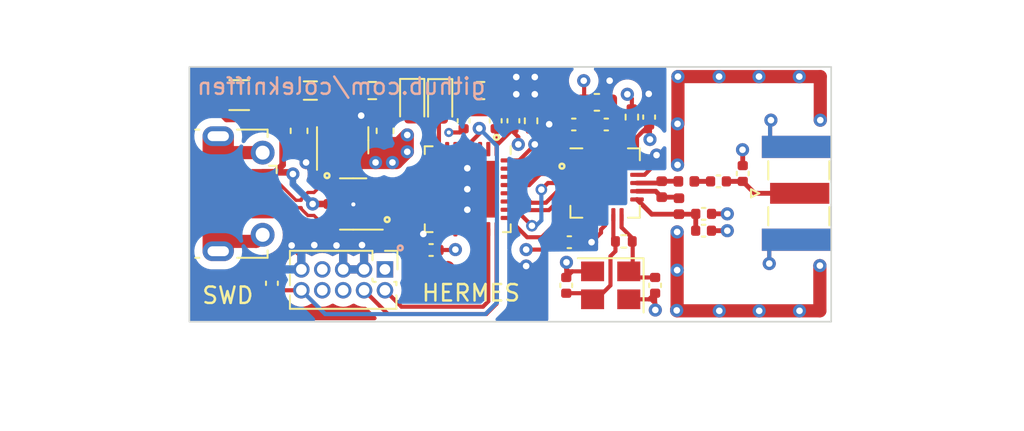
<source format=kicad_pcb>
(kicad_pcb (version 20221018) (generator pcbnew)
  (layers (0 "F.Cu" signal) (1 "In1.Cu" power) (2 "In2.Cu" power) (31 "B.Cu" signal) (34 "B.Paste" user) (35 "F.Paste" user) (36 "B.SilkS" user "B.Silkscreen") (37 "F.SilkS" user "F.Silkscreen") (38 "B.Mask" user) (39 "F.Mask" user) (44 "Edge.Cuts" user))
  (net 0 "")
  (net 1 "Net-(U1-VI)")
  (net 2 "GND")
  (net 3 "+3V3")
  (net 4 "NRST")
  (net 5 "NRF_VDD_PA")
  (net 6 "Net-(C14-Pad1)")
  (net 7 "Net-(J3-In)")
  (net 8 "NRF_XC1")
  (net 9 "NRF_XC2")
  (net 10 "Net-(U4-DVDD)")
  (net 11 "Net-(D1-K)")
  (net 12 "Net-(D1-A)")
  (net 13 "Net-(D2-K)")
  (net 14 "Net-(D2-A)")
  (net 15 "+5V")
  (net 16 "Net-(F1-Pad2)")
  (net 17 "USB_CON_D-")
  (net 18 "USB_CON_D+")
  (net 20 "unconnected-(J1-Shield-Pad6)")
  (net 21 "SWDIO")
  (net 22 "SWCLK")
  (net 26 "NRF_ANT2")
  (net 27 "NRF_ANT1")
  (net 28 "Net-(U3-PH3)")
  (net 29 "Net-(U4-IREF)")
  (net 30 "USB_D+")
  (net 31 "USB_D-")
  (net 45 "NRF_IRQ")
  (net 46 "SPI3_SCK")
  (net 47 "SPI3_MISO")
  (net 48 "SPI3_MOSI")
  (net 49 "SPI3_!CS")
  (net 50 "NRF_CE")
  (footprint "Inductor_SMD:L_0402_1005Metric" (layer "F.Cu") (at 162.2375 90.975 -90)
    (fp_text reference "L1" hide)
    (fp_text value "8n2")
  )
  (footprint "Capacitor_SMD:C_0402_1005Metric" (layer "F.Cu") (at 158.87 87.04)
    (fp_text reference "C10" hide)
    (fp_text value "10n")
  )
  (footprint "Crystal:Crystal_SMD_3225-4Pin_3.2x2.5mm" (layer "F.Cu") (at 159.1375 96.825 180)
    (fp_text reference "Y1" hide)
    (fp_text value "16MHz")
  )
  (footprint "Capacitor_SMD:C_0402_1005Metric" (layer "F.Cu") (at 148.225 94.675 180)
    (fp_text reference "C3" hide)
    (fp_text value "100n")
  )
  (footprint "Capacitor_SMD:C_0402_1005Metric" (layer "F.Cu") (at 164.7875 92.475)
    (fp_text reference "C12" hide)
    (fp_text value "2n2")
  )
  (footprint "Connector_USB:USB_Micro-B_Molex-105017-0001" (layer "F.Cu") (at 136.525 91.25 -90)
    (fp_text reference "J1" hide)
    (fp_text value "USB_B_Micro")
  )
  (footprint "LED_SMD:LED_0603_1608Metric" (layer "F.Cu") (at 147.075 85.75 -90)
    (fp_text reference "D2" hide)
    (fp_text value "Y")
  )
  (footprint "Resistor_SMD:R_0402_1005Metric" (layer "F.Cu") (at 160.425 86.59 -90)
    (fp_text reference "R4" hide)
    (fp_text value "22k")
  )
  (footprint "Capacitor_SMD:C_0402_1005Metric" (layer "F.Cu") (at 150.2 86.8175 90)
    (fp_text reference "C4" hide)
    (fp_text value "100n")
  )
  (footprint "Capacitor_SMD:C_0402_1005Metric" (layer "F.Cu") (at 165.6875 90.5)
    (fp_text reference "C14" hide)
    (fp_text value "1p5")
  )
  (footprint "Inductor_SMD:L_0402_1005Metric" (layer "F.Cu") (at 163.2875 92.01 -90)
    (fp_text reference "L3" hide)
    (fp_text value "2n7")
  )
  (footprint "Capacitor_SMD:C_0402_1005Metric" (layer "F.Cu") (at 152.15 86.8125 90)
    (fp_text reference "C6" hide)
    (fp_text value "1u")
  )
  (footprint "Package_TO_SOT_SMD:SOT-23-6" (layer "F.Cu") (at 143.4875 91.875 180)
    (fp_text reference "U2" hide)
    (fp_text value "USBLC6-2SC6")
  )
  (footprint "LED_SMD:LED_0603_1608Metric" (layer "F.Cu") (at 148.775 85.7625 -90)
    (fp_text reference "D1" hide)
    (fp_text value "R")
  )
  (footprint "Package_TO_SOT_SMD:SOT-23-3" (layer "F.Cu") (at 142.85 88 90)
    (fp_text reference "U1" hide)
    (fp_text value "XC6206P332MR")
  )
  (footprint "Package_DFN_QFN:QFN-20-1EP_4x4mm_P0.5mm_EP2.5x2.5mm" (layer "F.Cu") (at 158.8 90.6)
    (fp_text reference "U4" hide)
    (fp_text value "nRF24L01P")
  )
  (footprint "Resistor_SMD:R_0603_1608Metric" (layer "F.Cu") (at 151.225 84.975)
    (fp_text reference "R2" hide)
    (fp_text value "2k2")
  )
  (footprint "Capacitor_SMD:C_0402_1005Metric" (layer "F.Cu") (at 161.475 86.59 90)
    (fp_text reference "C9" hide)
    (fp_text value "10n")
  )
  (footprint "Capacitor_SMD:C_0402_1005Metric" (layer "F.Cu") (at 161.8375 96.825 -90)
    (fp_text reference "C16" hide)
    (fp_text value "12p")
  )
  (footprint "Resistor_SMD:R_0402_1005Metric" (layer "F.Cu") (at 154.3 86.815 90)
    (fp_text reference "R3" hide)
    (fp_text value "10k")
  )
  (footprint "Capacitor_SMD:C_0603_1608Metric" (layer "F.Cu") (at 140.2 87.425 -90)
    (fp_text reference "C1" hide)
    (fp_text value "10u")
  )
  (footprint "Capacitor_SMD:C_0402_1005Metric" (layer "F.Cu") (at 156.895 87.04 180)
    (fp_text reference "C18" hide)
    (fp_text value "33n")
  )
  (footprint "Connector_PinHeader_1.27mm:PinHeader_2x05_P1.27mm_Vertical" (layer "F.Cu") (at 145.42 95.855 -90)
    (fp_text reference "J2" hide)
    (fp_text value "Conn_ARM_JTAG_SWD_10")
  )
  (footprint "Capacitor_SMD:C_0402_1005Metric" (layer "F.Cu") (at 156.625 94.2)
    (fp_text reference "C8" hide)
    (fp_text value "10n")
  )
  (footprint "Inductor_SMD:L_0805_2012Metric" (layer "F.Cu") (at 140.8875 84.975)
    (fp_text reference "FB1" hide)
    (fp_text value "100@100MHz")
  )
  (footprint "Capacitor_SMD:C_0603_1608Metric" (layer "F.Cu") (at 145.425 87.425 90)
    (fp_text reference "C2" hide)
    (fp_text value "10u")
  )
  (footprint "Capacitor_SMD:C_0603_1608Metric" (layer "F.Cu") (at 158.3 85.69)
    (fp_text reference "C11" hide)
    (fp_text value "10u")
  )
  (footprint "Connector_Coaxial:SMA_Samtec_SMA-J-P-X-ST-EM1_EdgeMount" (layer "F.Cu") (at 170.425 91.225 90)
    (fp_text reference "J3" hide)
    (fp_text value "SMA")
  )
  (footprint "Package_DFN_QFN:QFN-32-1EP_5x5mm_P0.5mm_EP3.45x3.45mm" (layer "F.Cu") (at 150.45 90.975 -90)
    (fp_text reference "U3" hide)
    (fp_text value "STM32L432KBU6")
  )
  (footprint "Capacitor_SMD:C_0402_1005Metric" (layer "F.Cu") (at 138.55 96.7 90)
    (fp_text reference "C7" hide)
    (fp_text value "100n")
  )
  (footprint "Resistor_SMD:R_0402_1005Metric" (layer "F.Cu") (at 159.9375 94.15 180)
    (fp_text reference "R5" hide)
    (fp_text value "1M")
  )
  (footprint "Resistor_SMD:R_0603_1608Metric" (layer "F.Cu") (at 144.65 84.975 180)
    (fp_text reference "R1" hide)
    (fp_text value "2k2")
  )
  (footprint "Capacitor_SMD:C_0402_1005Metric" (layer "F.Cu") (at 164.7825 93.5)
    (fp_text reference "C13" hide)
    (fp_text value "4p7")
  )
  (footprint "Capacitor_SMD:C_0402_1005Metric" (layer "F.Cu") (at 167.1625 90.02 -90)
    (fp_text reference "C15" hide)
    (fp_text value "1p")
  )
  (footprint "Inductor_SMD:L_0402_1005Metric" (layer "F.Cu") (at 163.7375 90.5)
    (fp_text reference "L2" hide)
    (fp_text value "3n9")
  )
  (footprint "Capacitor_SMD:C_0402_1005Metric" (layer "F.Cu") (at 153.225 86.8125 90)
    (fp_text reference "C5" hide)
    (fp_text value "100n")
  )
  (footprint "Fuse:Fuse_1206_3216Metric_Pad1.42x1.75mm_HandSolder" (layer "F.Cu") (at 136.5625 85.25)
    (fp_text reference "F1" hide)
    (fp_text value "100mA")
  )
  (footprint "Capacitor_SMD:C_0402_1005Metric" (layer "F.Cu") (at 156.4375 96.825 90)
    (fp_text reference "C17" hide)
    (fp_text value "12p")
  )
  (gr_circle (center 146.35 94.55) (end 146.4 94.6) (stroke (width 0.15)) (fill none) (layer "B.SilkS"))
  (gr_circle (center 152.2 87.825) (end 152.25 87.875) (stroke (width 0.15)) (fill none) (layer "F.SilkS"))
  (gr_circle (center 145.55429 92.825) (end 145.60429 92.875) (stroke (width 0.15)) (fill none) (layer "F.SilkS"))
  (gr_circle (center 141.9 90.15) (end 141.95 90.2) (stroke (width 0.15)) (fill none) (layer "F.SilkS"))
  (gr_circle (center 156.175 89.575) (end 156.225 89.625) (stroke (width 0.15)) (fill none) (layer "F.SilkS"))
  (gr_rect (start 133.535 83.5375) (end 172.54 99.0375) (stroke (width 0.1)) (fill none) (layer "Edge.Cuts"))
  (gr_text "github.com/colekniffen" (at 151.625 85.3) (layer "B.SilkS") (effects (font (size 1 1)) (justify left bottom mirror)))
  (gr_text "HERMES" (at 147.575 97.875) (layer "F.SilkS") (effects (font (size 1 1)) (justify left bottom)))
  (gr_text "SWD" (at 134.225 98.025) (layer "F.SilkS") (effects (font (size 1 1)) (justify left bottom)))
  (segment (start 141.95 86.075) (end 142.725 86.85) (width 0.8) (layer "F.Cu") (net 1))
  (segment (start 141.95 84.975) (end 141.95 86.075) (width 0.8) (layer "F.Cu") (net 1))
  (segment (start 140.2 86.65) (end 141.375 86.65) (width 0.8) (layer "F.Cu") (net 1))
  (segment (start 141.375 86.65) (end 141.95 86.075) (width 0.8) (layer "F.Cu") (net 1))
  (segment (start 159.35 85.965) (end 159.075 85.69) (width 0.25) (layer "F.Cu") (net 2))
  (segment (start 161.925 89.373008) (end 161.925 88.9) (width 0.25) (layer "F.Cu") (net 2))
  (segment (start 163.175 95.9) (end 163.175 93.575) (width 0.8) (layer "F.Cu") (net 2))
  (segment (start 163.225 86.975) (end 163.225 84.125) (width 0.8) (layer "F.Cu") (net 2))
  (segment (start 161.198008 90.1) (end 161.925 89.373008) (width 0.25) (layer "F.Cu") (net 2))
  (segment (start 167.1625 89.54) (end 167.1625 88.5875) (width 0.29337) (layer "F.Cu") (net 2))
  (segment (start 163.175 98.325) (end 163.15 98.35) (width 0.8) (layer "F.Cu") (net 2))
  (segment (start 170.775 98.375) (end 171.85 98.375) (width 0.8) (layer "F.Cu") (net 2))
  (segment (start 159.3 88.6625) (end 159.3 87.09) (width 0.25) (layer "F.Cu") (net 2))
  (segment (start 140.625 89.35) (end 140.825 89.15) (width 0.8) (layer "F.Cu") (net 2))
  (segment (start 156.4375 95.4375) (end 156.45 95.425) (width 0.25) (layer "F.Cu") (net 2))
  (segment (start 159.075 85.69) (end 159.075 84.375) (width 0.25) (layer "F.Cu") (net 2))
  (segment (start 150.2 86.3375) (end 152.145 86.3375) (width 0.4) (layer "F.Cu") (net 2))
  (segment (start 161.475 85.2) (end 161.45 85.175) (width 0.25) (layer "F.Cu") (net 2))
  (segment (start 157.8 88.6625) (end 157.0625 88.6625) (width 0.25) (layer "F.Cu") (net 2))
  (segment (start 156.415 88.015) (end 156.415 87.04) (width 0.25) (layer "F.Cu") (net 2))
  (segment (start 147.745 94.675) (end 147.745 93.705) (width 0.25) (layer "F.Cu") (net 2))
  (segment (start 140.825 89.15) (end 141.775 89.15) (width 0.8) (layer "F.Cu") (net 2))
  (segment (start 161.4675 97.675) (end 161.5875 97.675) (width 0.25) (layer "F.Cu") (net 2))
  (segment (start 165.7375 98.375) (end 168.1625 98.375) (width 0.8) (layer "F.Cu") (net 2))
  (segment (start 158.55 93.425) (end 158.8 93.175) (width 0.25) (layer "F.Cu") (net 2))
  (segment (start 171.875 84.125) (end 171.875 86.775) (width 0.8) (layer "F.Cu") (net 2))
  (segment (start 171.85 98.375) (end 171.85 95.625) (width 0.8) (layer "F.Cu") (net 2))
  (segment (start 139.75 93.4) (end 139.75 94.4) (width 0.25) (layer "F.Cu") (net 2))
  (segment (start 159.075 84.375) (end 159.15 84.375) (width 0.25) (layer "F.Cu") (net 2))
  (segment (start 140.34 94.99) (end 139.75 94.4) (width 0.4) (layer "F.Cu") (net 2))
  (segment (start 140.2 88.2) (end 140.65 88.65) (width 0.8) (layer "F.Cu") (net 2))
  (segment (start 160.2375 97.675) (end 161.4675 97.675) (width 0.25) (layer "F.Cu") (net 2))
  (segment (start 156.8075 95.975) (end 156.4375 96.345) (width 0.25) (layer "F.Cu") (net 2))
  (segment (start 163.225 84.125) (end 165.725 84.125) (width 0.8) (layer "F.Cu") (net 2))
  (segment (start 158.55 93.625) (end 158.55 93.425) (width 0.25) (layer "F.Cu") (net 2))
  (segment (start 147.75 93.7) (end 147.745 93.695) (width 0.25) (layer "F.Cu") (net 2))
  (segment (start 145.425 86.65) (end 144.125 86.65) (width 0.8) (layer "F.Cu") (net 2))
  (segment (start 143.525 91.875) (end 143.5 91.9) (width 0.4) (layer "F.Cu") (net 2))
  (segment (start 152.15 86.3325) (end 153.225 86.3325) (width 0.4) (layer "F.Cu") (net 2))
  (segment (start 161.4675 97.675) (end 161.55875 97.58375) (width 0.25) (layer "F.Cu") (net 2))
  (segment (start 163.1875 98.25) (end 163.15 98.2875) (width 0.8) (layer "F.Cu") (net 2))
  (segment (start 161.8375 97.925) (end 161.8375 98.3125) (width 0.25) (layer "F.Cu") (net 2))
  (segment (start 158.8 93.175) (end 158.8 92.5375) (width 0.25) (layer "F.Cu") (net 2))
  (segment (start 159.3 87.09) (end 159.35 87.04) (width 0.25) (layer "F.Cu") (net 2))
  (segment (start 163.175 98.375) (end 165.7375 98.375) (width 0.8) (layer "F.Cu") (net 2))
  (segment (start 155.4 87.025) (end 156.4 87.025) (width 0.25) (layer "F.Cu") (net 2))
  (segment (start 167.1625 88.5875) (end 167.15 88.575) (width 0.29337) (layer "F.Cu") (net 2))
  (segment (start 143.825 84.975) (end 143.825 86.35) (width 0.8) (layer "F.Cu") (net 2))
  (segment (start 147.745 93.125) (end 147.745 92.78) (width 0.25) (layer "F.Cu") (net 2))
  (segment (start 161.8375 98.3125) (end 161.85 98.325) (width 0.25) (layer "F.Cu") (net 2))
  (segment (start 158.0375 95.975) (end 156.8075 95.975) (width 0.25) (layer "F.Cu") (net 2))
  (segment (start 161.475 86.11) (end 161.475 85.2) (width 0.25) (layer "F.Cu") (net 2))
  (segment (start 161.8375 97.8625) (end 161.8375 97.925) (width 0.25) (layer "F.Cu") (net 2))
  (segment (start 153.575305 89.225) (end 154.525 88.275305) (width 0.25) (layer "F.Cu") (net 2))
  (segment (start 165.2625 93.5) (end 166.225 93.5) (width 0.29337) (layer "F.Cu") (net 2))
  (segment (start 140.34 95.855) (end 140.34 94.99) (width 0.4) (layer "F.Cu") (net 2))
  (segment (start 152.05 85.1575) (end 153.225 86.3325) (width 0.4) (layer "F.Cu") (net 2))
  (segment (start 157.975 94.2) (end 157.105 94.2) (width 0.25) (layer "F.Cu") (net 2))
  (segment (start 161.55875 97.58375) (end 161.8375 97.8625) (width 0.25) (layer "F.Cu") (net 2))
  (segment (start 157.0625 88.6625) (end 156.415 88.015) (width 0.25) (layer "F.Cu") (net 2))
  (segment (start 161.55875 97.58375) (end 161.8375 97.305) (width 0.25) (layer "F.Cu") (net 2))
  (segment (start 147.745 93.125) (end 147.745 92.9925) (width 0.25) (layer "F.Cu") (net 2))
  (segment (start 163.2 87) (end 163.225 86.975) (width 0.8) (layer "F.Cu") (net 2))
  (segment (start 168.15 84.125) (end 170.6 84.125) (width 0.8) (layer "F.Cu") (net 2))
  (segment (start 168.825 86.825) (end 168.825 87.875) (width 0.25) (layer "F.Cu") (net 2))
  (segment (start 154.525 88.275305) (end 154.525 88.25) (width 0.25) (layer "F.Cu") (net 2))
  (segment (start 168.825 86.825) (end 168.875 86.775) (width 0.25) (layer "F.Cu") (net 2))
  (segment (start 156.4375 96.345) (end 156.4375 95.825) (width 0.25) (layer "F.Cu") (net 2))
  (segment (start 147.745 92.78) (end 147.75 92.775) (width 0.25) (layer "F.Cu") (net 2))
  (segment (start 156.8075 95.975) (end 156.5875 95.975) (width 0.25) (layer "F.Cu") (net 2))
  (segment (start 170.6 84.125) (end 171.875 84.125) (width 0.8) (layer "F.Cu") (net 2))
  (segment (start 163.2 87) (end 163.2 89.5) (width 0.8) (layer "F.Cu") (net 2))
  (segment (start 138.9 92.55) (end 139.75 93.4) (width 0.25) (layer "F.Cu") (net 2))
  (segment (start 137.9875 92.55) (end 138.9 92.55) (width 0.25) (layer "F.Cu") (net 2))
  (segment (start 163.175 95.9) (end 163.175 98.325) (width 0.8) (layer "F.Cu") (net 2))
  (segment (start 153.225 86.3325) (end 154.2725 86.3325) (width 0.4) (layer "F.Cu") (net 2))
  (segment (start 168.1625 98.375) (end 170.6125 98.375) (width 0.8) (layer "F.Cu") (net 2))
  (segment (start 165.725 84.125) (end 168.15 84.125) (width 0.8) (layer "F.Cu") (net 2))
  (segment (start 163.15 98.2875) (end 163.15 98.35) (width 0.8) (layer "F.Cu") (net 2))
  (segment (start 163.15 98.35) (end 163.175 98.375) (width 0.8) (layer "F.Cu") (net 2))
  (segment (start 144.125 86.65) (end 143.975 86.5) (width 0.8) (layer "F.Cu") (net 2))
  (segment (start 161.5875 97.675) (end 161.8375 97.925) (width 0.25) (layer "F.Cu") (net 2))
  (segment (start 147.745 93.705) (end 147.75 93.7) (width 0.25) (layer "F.Cu") (net 2))
  (segment (start 144.625 91.875) (end 143.525 91.875) (width 0.4) (layer "F.Cu") (net 2))
  (segment (start 140.65 88.65) (end 140.65 89.35) (width 0.8) (layer "F.Cu") (net 2))
  (segment (start 160.7375 90.1) (end 161.198008 90.1) (width 0.25) (layer "F.Cu") (net 2))
  (segment (start 156.5875 95.975) (end 156.4375 95.825) (width 0.25) (layer "F.Cu") (net 2))
  (segment (start 161.8375 97.305) (end 161.8375 97.925) (width 0.25) (layer "F.Cu") (net 2))
  (segment (start 157.975 94.2) (end 158.55 93.625) (width 0.25) (layer "F.Cu") (net 2))
  (segment (start 165.2675 92.475) (end 166.225 92.475) (width 0.29337) (layer "F.Cu") (net 2))
  (segment (start 143.825 86.35) (end 143.975 86.5) (width 0.8) (layer "F.Cu") (net 2))
  (segment (start 152.8875 89.225) (end 153.575305 89.225) (width 0.25) (layer "F.Cu") (net 2))
  (segment (start 159.35 87.04) (end 159.35 85.965) (width 0.25) (layer "F.Cu") (net 2))
  (segment (start 156.4375 95.825) (end 156.4375 95.4375) (width 0.25) (layer "F.Cu") (net 2))
  (segment (start 147.745 93.695) (end 147.745 93.125) (width 0.25) (layer "F.Cu") (net 2))
  (segment (start 152.15 86.3325) (end 152.15 85.075) (width 0.4) (layer "F.Cu") (net 2))
  (segment (start 168.775 95.5) (end 168.775 94.325) (width 0.25) (layer "F.Cu") (net 2))
  (segment (start 147.745 92.9925) (end 148.0125 92.725) (width 0.25) (layer "F.Cu") (net 2))
  (via (at 171.85 95.625) (size 0.8) (drill 0.4) (layers "F.Cu" "B.Cu") (net 2))
  (via (at 153.4 85.2) (size 0.8) (drill 0.4) (layers "F.Cu" "B.Cu") (net 2))
  (via (at 154.525 88.25) (size 0.8) (drill 0.4) (layers "F.Cu" "B.Cu") (net 2))
  (via (at 161.925 88.9) (size 0.8) (drill 0.4) (layers "F.Cu" "B.Cu") (net 2))
  (via (at 163.225 84.125) (size 0.8) (drill 0.4) (layers "F.Cu" "B.Cu") (net 2))
  (via (at 154 95.65) (size 0.8) (drill 0.4) (layers "F.Cu" "B.Cu") (net 2))
  (via (at 170.6 84.125) (size 0.8) (drill 0.4) (layers "F.Cu" "B.Cu") (net 2))
  (via (at 157.975 94.2) (size 0.8) (drill 0.4) (layers "F.Cu" "B.Cu") (net 2))
  (via (at 144.025 94.375) (size 0.8) (drill 0.4) (layers "F.Cu" "B.Cu") (net 2))
  (via (at 161.45 85.175) (size 0.8) (drill 0.4) (layers "F.Cu" "B.Cu") (net 2))
  (via (at 159.075 84.375) (size 0.8) (drill 0.4) (layers "F.Cu" "B.Cu") (net 2))
  (via (at 163.175 93.575) (size 0.8) (drill 0.4) (layers "F.Cu" "B.Cu") (net 2))
  (via (at 156.45 95.425) (size 0.8) (drill 0.4) (layers "F.Cu" "B.Cu") (net 2))
  (via (at 163.175 95.9) (size 0.8) (drill 0.4) (layers "F.Cu" "B.Cu") (net 2))
  (via (at 165.725 84.125) (size 0.8) (drill 0.4) (layers "F.Cu" "B.Cu") (net 2))
  (via (at 168.875 86.775) (size 0.8) (drill 0.4) (layers "F.Cu" "B.Cu") (net 2))
  (via (at 168.775 95.5) (size 0.8) (drill 0.4) (layers "F.Cu" "B.Cu") (net 2))
  (via (at 142.475 94.4) (size 0.8) (drill 0.4) (layers "F.Cu" "B.Cu") (net 2))
  (via (at 143.975 86.5) (size 0.8) (drill 0.4) (layers "F.Cu" "B.Cu") (net 2))
  (via (at 141.125 94.375) (size 0.8) (drill 0.4) (layers "F.Cu" "B.Cu") (net 2))
  (via (at 150.425 92.225) (size 0.8) (drill 0.4) (layers "F.Cu" "B.Cu") (net 2))
  (via (at 171.875 86.775) (size 0.8) (drill 0.4) (layers "F.Cu" "B.Cu") (net 2))
  (via (at 154.525 85.2) (size 0.8) (drill 0.4) (layers "F.Cu" "B.Cu") (net 2))
  (via (at 170.6125 98.375) (size 0.8) (drill 0.4) (layers "F.Cu" "B.Cu") (net 2))
  (via (at 168.15 84.125) (size 0.8) (drill 0.4) (layers "F.Cu" "B.Cu") (net 2))
  (via (at 163.2 87) (size 0.8) (drill 0.4) (layers "F.Cu" "B.Cu") (net 2))
  (via (at 163.15 98.35) (size 0.8) (drill 0.4) (layers "F.Cu" "B.Cu") (net 2))
  (via (at 166.225 93.5) (size 0.8) (drill 0.4) (layers "F.Cu" "B.Cu") (net 2))
  (via (at 150.425 90.975) (size 0.8) (drill 0.4) (layers "F.Cu" "B.Cu") (net 2))
  (via (at 147.75 93.7) (size 0.8) (drill 0.4) (layers "F.Cu" "B.Cu") (net 2))
  (via (at 143.5 91.9) (size 0.55) (drill 0.25) (layers "F.Cu" "B.Cu") (net 2))
  (via (at 139.75 94.4) (size 0.8) (drill 0.4) (layers "F.Cu" "B.Cu") (net 2))
  (via (at 161.85 98.325) (size 0.8) (drill 0.4) (layers "F.Cu" "B.Cu") (net 2))
  (via (at 167.15 88.575) (size 0.8) (drill 0.4) (layers "F.Cu" "B.Cu") (net 2))
  (via (at 168.1625 98.375) (size 0.8) (drill 0.4) (layers "F.Cu" "B.Cu") (net 2))
  (via (at 150.425 89.7) (size 0.8) (drill 0.4) (layers "F.Cu" "B.Cu") (net 2))
  (via (at 140.625 89.35) (size 0.8) (drill 0.4) (layers "F.Cu" "B.Cu") (net 2))
  (via (at 153.4 84.15) (size 0.8) (drill 0.4) (layers "F.Cu" "B.Cu") (net 2))
  (via (at 163.2 89.5) (size 0.8) (drill 0.4) (layers "F.Cu" "B.Cu") (net 2))
  (via (at 154.525 84.15) (size 0.8) (drill 0.4) (layers "F.Cu" "B.Cu") (net 2))
  (via (at 155.4 87.025) (size 0.8) (drill 0.4) (layers "F.Cu" "B.Cu") (net 2))
  (via (at 165.7375 98.375) (size 0.8) (drill 0.4) (layers "F.Cu" "B.Cu") (net 2))
  (via (at 166.225 92.475) (size 0.8) (drill 0.4) (layers "F.Cu" "B.Cu") (net 2))
  (segment (start 168.875 86.775) (end 168.825 86.825) (width 0.25) (layer "B.Cu") (net 2))
  (segment (start 168.825 86.825) (end 168.825 88) (width 0.25) (layer "B.Cu") (net 2))
  (segment (start 168.775 95.5) (end 168.775 94.35) (width 0.25) (layer "B.Cu") (net 2))
  (segment (start 153.525 88.25) (end 153.525 87.8) (width 0.25) (layer "F.Cu") (net 3))
  (segment (start 155 94.65) (end 155.45 94.2) (width 0.25) (layer "F.Cu") (net 3))
  (segment (start 146.25 88.2) (end 146.775 87.675) (width 0.8) (layer "F.Cu") (net 3))
  (segment (start 156.937391 93.4) (end 157.938604 93.4) (width 0.25) (layer "F.Cu") (net 3))
  (segment (start 155.45 94.2) (end 156.145 94.2) (width 0.25) (layer "F.Cu") (net 3))
  (segment (start 158.39 87.04) (end 158.39 86.555) (width 0.25) (layer "F.Cu") (net 3))
  (segment (start 160.7375 89.6) (end 160.7375 87.8075) (width 0.25) (layer "F.Cu") (net 3))
  (segment (start 160.15 85.2) (end 160.425 85.475) (width 0.25) (layer "F.Cu") (net 3))
  (segment (start 145.5 88.7) (end 144.85 89.35) (width 0.8) (layer "F.Cu") (net 3))
  (segment (start 160.91 87.635) (end 161.475 87.07) (width 0.25) (layer "F.Cu") (net 3))
  (segment (start 150.2 88.5375) (end 150.2 87.2975) (width 0.25) (layer "F.Cu") (net 3))
  (segment (start 144.85 89.35) (end 145.875 89.35) (width 0.8) (layer "F.Cu") (net 3))
  (segment (start 148.705 93.4175) (end 148.7 93.4125) (width 0.25) (layer "F.Cu") (net 3))
  (segment (start 158.8 87.975) (end 158.39 87.565) (width 0.25) (layer "F.Cu") (net 3))
  (segment (start 161.525 87.9495) (end 161.525 87.45) (width 0.25) (layer "F.Cu") (net 3))
  (segment (start 153.525 87.8) (end 153.225 87.5) (width 0.25) (layer "F.Cu") (net 3))
  (segment (start 146.775 88.7) (end 146.775 87.675) (width 0.8) (layer "F.Cu") (net 3))
  (segment (start 157.938604 93.4) (end 158.3 93.038604) (width 0.25) (layer "F.Cu") (net 3))
  (segment (start 161.095 87.45) (end 161.525 87.45) (width 0.25) (layer "F.Cu") (net 3))
  (segment (start 157.525 85.69) (end 157.525 84.4) (width 0.25) (layer "F.Cu") (net 3))
  (segment (start 148.705 94.675) (end 148.705 93.4175) (width 0.25) (layer "F.Cu") (net 3))
  (segment (start 152.2 88.5375) (end 152.2 87.3425) (width 0.25) (layer "F.Cu") (net 3))
  (segment (start 160.91 87.635) (end 161.095 87.45) (width 0.25) (layer "F.Cu") (net 3))
  (segment (start 144.85 88.775) (end 145.425 88.2) (width 0.8) (layer "F.Cu") (net 3))
  (segment (start 161.525 87.45) (end 161.525 87.12) (width 0.25) (layer "F.Cu") (net 3))
  (segment (start 158.8 88.6625) (end 158.8 87.975) (width 0.25) (layer "F.Cu") (net 3))
  (segment (start 158.39 86.555) (end 157.525 85.69) (width 0.25) (layer "F.Cu") (net 3))
  (segment (start 158.3 93.038604) (end 158.3 92.5375) (width 0.25) (layer "F.Cu") (net 3))
  (segment (start 148.705 94.675) (end 149.675 94.675) (width 0.25) (layer "F.Cu") (net 3))
  (segment (start 160.425 85.475) (end 160.425 86.08) (width 0.25) (layer "F.Cu") (net 3))
  (segment (start 145.875 89.35) (end 146.125 89.35) (width 0.8) (layer "F.Cu") (net 3))
  (segment (start 157.525 84.4) (end 157.5 84.375) (width 0.25) (layer "F.Cu") (net 3))
  (segment (start 145.425 88.2) (end 146.25 88.2) (width 0.8) (layer "F.Cu") (net 3))
  (segment (start 149.3 87.525) (end 149.9725 87.525) (width 0.25) (layer "F.Cu") (net 3))
  (segment (start 152.2 88.3175) (end 153.225 87.2925) (width 0.25) (layer "F.Cu") (net 3))
  (segment (start 153.225 87.5) (end 153.225 87.2925) (width 0.25) (layer "F.Cu") (net 3))
  (segment (start 152.2 87.3425) (end 152.15 87.2925) (width 0.25) (layer "F.Cu") (net 3))
  (segment (start 146.775 88.7) (end 145.5 88.7) (width 0.8) (layer "F.Cu") (net 3))
  (segment (start 160.7375 87.8075) (end 160.91 87.635) (width 0.25) (layer "F.Cu") (net 3))
  (segment (start 156.145 94.192391) (end 156.937391 93.4) (width 0.25) (layer "F.Cu") (net 3))
  (segment (start 154 94.65) (end 155 94.65) (width 0.25) (layer "F.Cu") (net 3))
  (segment (start 146.775 87.675) (end 145.55 88.9) (width 0.8) (layer "F.Cu") (net 3))
  (segment (start 158.39 87.565) (end 158.39 87.04) (width 0.25) (layer "F.Cu") (net 3))
  (segment (start 149.675 94.675) (end 149.7 94.65) (width 0.25) (layer "F.Cu") (net 3))
  (segment (start 146.125 89.35) (end 146.775 88.7) (width 0.8) (layer "F.Cu") (net 3))
  (segment (start 144.85 89.35) (end 144.85 88.775) (width 0.8) (layer "F.Cu") (net 3))
  (segment (start 145.55 88.9) (end 143.95 88.9) (width 0.8) (layer "F.Cu") (net 3))
  (segment (start 149.9725 87.525) (end 150.2 87.2975) (width 0.25) (layer "F.Cu") (net 3))
  (segment (start 144.85 89.35) (end 143.9 89.35) (width 0.8) (layer "F.Cu") (net 3))
  (via (at 145.875 89.35) (size 0.8) (drill 0.4) (layers "F.Cu" "B.Cu") (net 3))
  (via (at 160.15 85.2) (size 0.8) (drill 0.4) (layers "F.Cu" "B.Cu") (net 3))
  (via (at 144.85 89.35) (size 0.8) (drill 0.4) (layers "F.Cu" "B.Cu") (net 3))
  (via (at 146.775 88.7) (size 0.8) (drill 0.4) (layers "F.Cu" "B.Cu") (net 3))
  (via (at 146.775 87.675) (size 0.8) (drill 0.4) (layers "F.Cu" "B.Cu") (net 3))
  (via (at 149.3 87.525) (size 0.55) (drill 0.25) (layers "F.Cu" "B.Cu") (net 3))
  (via (at 149.7 94.65) (size 0.8) (drill 0.4) (layers "F.Cu" "B.Cu") (net 3))
  (via (at 154 94.65) (size 0.8) (drill 0.4) (layers "F.Cu" "B.Cu") (net 3))
  (via (at 157.5 84.375) (size 0.8) (drill 0.4) (layers "F.Cu" "B.Cu") (net 3))
  (via (at 161.525 87.9495) (size 0.8) (drill 0.4) (layers "F.Cu" "B.Cu") (net 3))
  (via (at 153.525 88.25) (size 0.8) (drill 0.4) (layers "F.Cu" "B.Cu") (net 3))
  (segment (start 150.7 88.051992) (end 150.7 88.5375) (width 0.25) (layer "F.Cu") (net 4))
  (segment (start 151.15 87.275) (end 151.15 87.601992) (width 0.25) (layer "F.Cu") (net 4))
  (segment (start 140.34 97.125) (end 138.605 97.125) (width 0.25) (layer "F.Cu") (net 4))
  (segment (start 151.15 87.601992) (end 150.7 88.051992) (width 0.25) (layer "F.Cu") (net 4))
  (via (at 151.15 87.275) (size 0.8) (drill 0.4) (layers "F.Cu" "B.Cu") (net 4))
  (segment (start 151.525 98.575) (end 152.225 97.875) (width 0.25) (layer "B.Cu") (net 4))
  (segment (start 141.79 98.575) (end 151.525 98.575) (width 0.25) (layer "B.Cu") (net 4))
  (segment (start 140.34 97.125) (end 141.79 98.575) (width 0.25) (layer "B.Cu") (net 4))
  (segment (start 152.225 88.35) (end 151.15 87.275) (width 0.25) (layer "B.Cu") (net 4))
  (segment (start 152.225 97.875) (end 152.225 88.35) (width 0.25) (layer "B.Cu") (net 4))
  (segment (start 164.3075 92.475) (end 164.3075 93.495) (width 0.29337) (layer "F.Cu") (net 5))
  (segment (start 163.2875 92.495) (end 164.2875 92.495) (width 0.29337) (layer "F.Cu") (net 5))
  (segment (start 161.6325 92.495) (end 163.2875 92.495) (width 0.29337) (layer "F.Cu") (net 5))
  (segment (start 160.7375 91.6) (end 161.6325 92.495) (width 0.29337) (layer "F.Cu") (net 5))
  (segment (start 164.2225 90.5) (end 165.2075 90.5) (width 0.29337) (layer "F.Cu") (net 6))
  (segment (start 167.8875 91.225) (end 167.1625 90.5) (width 0.29337) (layer "F.Cu") (net 7))
  (segment (start 166.1675 90.5) (end 167.1625 90.5) (width 0.29337) (layer "F.Cu") (net 7))
  (segment (start 170.625 91.225) (end 167.8875 91.225) (width 0.29337) (layer "F.Cu") (net 7))
  (segment (start 159.8 93.3) (end 159.8 92.5375) (width 0.25) (layer "F.Cu") (net 8))
  (segment (start 160.475 95.7375) (end 160.475 94.1775) (width 0.25) (layer "F.Cu") (net 8))
  (segment (start 160.4475 93.9475) (end 159.8 93.3) (width 0.25) (layer "F.Cu") (net 8))
  (segment (start 160.4475 94.15) (end 160.4475 93.9475) (width 0.25) (layer "F.Cu") (net 8))
  (segment (start 161.8375 96.345) (end 160.6075 96.345) (width 0.25) (layer "F.Cu") (net 8))
  (segment (start 159.3 94.0225) (end 159.3 92.5375) (width 0.25) (layer "F.Cu") (net 9))
  (segment (start 156.4375 97.305) (end 157.6675 97.305) (width 0.25) (layer "F.Cu") (net 9))
  (segment (start 159.125 96.825) (end 159.125 95.05) (width 0.25) (layer "F.Cu") (net 9))
  (segment (start 159.125 95.05) (end 159.4275 94.7475) (width 0.25) (layer "F.Cu") (net 9))
  (segment (start 159.4275 94.7475) (end 159.4275 94.15) (width 0.25) (layer "F.Cu") (net 9))
  (segment (start 158.275 97.675) (end 159.125 96.825) (width 0.25) (layer "F.Cu") (net 9))
  (segment (start 158.3 88.111396) (end 157.375 87.186396) (width 0.25) (layer "F.Cu") (net 10))
  (segment (start 158.3 88.6625) (end 158.3 88.111396) (width 0.25) (layer "F.Cu") (net 10))
  (segment (start 148.775 84.975) (end 150.4 84.975) (width 0.4) (layer "F.Cu") (net 11))
  (segment (start 148.7 88.5375) (end 148.7 86.625) (width 0.25) (layer "F.Cu") (net 12))
  (segment (start 145.475 84.975) (end 147.0625 84.975) (width 0.4) (layer "F.Cu") (net 13))
  (segment (start 148.0125 87.475) (end 147.075 86.5375) (width 0.25) (layer "F.Cu") (net 14))
  (segment (start 148.0125 89.225) (end 148.0125 87.475) (width 0.25) (layer "F.Cu") (net 14))
  (segment (start 139.2 87.7) (end 139.2 89.5) (width 0.4) (layer "F.Cu") (net 15))
  (segment (start 135.8 86.7) (end 138.2 86.7) (width 0.4) (layer "F.Cu") (net 15))
  (segment (start 137.9875 89.95) (end 138.75 89.95) (width 0.4) (layer "F.Cu") (net 15))
  (segment (start 138.75 89.95) (end 139.725 89.95) (width 0.4) (layer "F.Cu") (net 15))
  (segment (start 139.725 89.95) (end 139.825 90.05) (width 0.4) (layer "F.Cu") (net 15))
  (segment (start 141.025 91.875) (end 142.35 91.875) (width 0.4) (layer "F.Cu") (net 15))
  (segment (start 138.75 89.95) (end 139.2 89.5) (width 0.4) (layer "F.Cu") (net 15))
  (segment (start 135.075 85.975) (end 135.8 86.7) (width 0.4) (layer "F.Cu") (net 15))
  (segment (start 138.2 86.7) (end 139.2 87.7) (width 0.4) (layer "F.Cu") (net 15))
  (via (at 139.825 90.05) (size 0.8) (drill 0.4) (layers "F.Cu" "B.Cu") (net 15))
  (via (at 141.025 91.875) (size 0.8) (drill 0.4) (layers "F.Cu" "B.Cu") (net 15))
  (segment (start 139.825 90.05) (end 139.825 90.675) (width 0.4) (layer "B.Cu") (net 15))
  (segment (start 139.825 90.675) (end 141.025 91.875) (width 0.4) (layer "B.Cu") (net 15))
  (segment (start 138.3 85) (end 139.8 85) (width 0.8) (layer "F.Cu") (net 16))
  (segment (start 140.01304 91.65) (end 139.06304 90.7) (width 0.2) (layer "F.Cu") (net 17))
  (segment (start 141.106249 91.175) (end 140.73505 91.175) (width 0.2) (layer "F.Cu") (net 17))
  (segment (start 140.73505 91.175) (end 140.325 91.58505) (width 0.2) (layer "F.Cu") (net 17))
  (segment (start 139.06304 90.7) (end 138.5625 90.7) (width 0.2) (layer "F.Cu") (net 17))
  (segment (start 140.325 91.58505) (end 140.325 91.65) (width 0.2) (layer "F.Cu") (net 17))
  (segment (start 142.35 90.925) (end 141.356249 90.925) (width 0.2) (layer "F.Cu") (net 17))
  (segment (start 141.356249 90.925) (end 141.106249 91.175) (width 0.2) (layer "F.Cu") (net 17))
  (segment (start 140.325 91.65) (end 140.01304 91.65) (width 0.2) (layer "F.Cu") (net 17))
  (segment (start 140.73505 92.575) (end 140.325 92.16495) (width 0.2) (layer "F.Cu") (net 18))
  (segment (start 142.35 92.825) (end 141.356249 92.825) (width 0.2) (layer "F.Cu") (net 18))
  (segment (start 140.325 92.1) (end 139.82664 92.1) (width 0.2) (layer "F.Cu") (net 18))
  (segment (start 138.87664 91.15) (end 138.5625 91.15) (width 0.2) (layer "F.Cu") (net 18))
  (segment (start 141.106249 92.575) (end 140.73505 92.575) (width 0.2) (layer "F.Cu") (net 18))
  (segment (start 140.325 92.16495) (end 140.325 92.1) (width 0.2) (layer "F.Cu") (net 18))
  (segment (start 139.82664 92.1) (end 138.87664 91.15) (width 0.2) (layer "F.Cu") (net 18))
  (segment (start 141.356249 92.825) (end 141.106249 92.575) (width 0.2) (layer "F.Cu") (net 18))
  (segment (start 135.2875 94.15) (end 137.5875 94.15) (width 0.8) (layer "F.Cu") (net 20))
  (segment (start 135.2875 92.25) (end 135.2875 94.15) (width 0.8) (layer "F.Cu") (net 20))
  (segment (start 137.9875 88.75) (end 135.6875 88.75) (width 0.8) (layer "F.Cu") (net 20))
  (segment (start 137.5875 94.15) (end 137.9875 93.75) (width 0.8) (layer "F.Cu") (net 20))
  (segment (start 135.2875 88.35) (end 135.2875 90.25) (width 0.8) (layer "F.Cu") (net 20))
  (segment (start 135.2875 90.25) (end 135.2875 92.25) (width 0.8) (layer "F.Cu") (net 20))
  (segment (start 135.6875 88.75) (end 135.2875 88.35) (width 0.8) (layer "F.Cu") (net 20))
  (segment (start 151.375 98.125) (end 151.7 97.8) (width 0.25) (layer "F.Cu") (net 21))
  (segment (start 145.42 97.125) (end 146.42 98.125) (width 0.25) (layer "F.Cu") (net 21))
  (segment (start 151.7 97.8) (end 151.7 93.4125) (width 0.25) (layer "F.Cu") (net 21))
  (segment (start 146.42 98.125) (end 151.375 98.125) (width 0.25) (layer "F.Cu") (net 21))
  (segment (start 144.15 97.125) (end 145.6 98.575) (width 0.25) (layer "F.Cu") (net 22))
  (segment (start 152.2 97.95) (end 152.2 93.4125) (width 0.25) (layer "F.Cu") (net 22))
  (segment (start 151.575 98.575) (end 152.2 97.95) (width 0.25) (layer "F.Cu") (net 22))
  (segment (start 145.6 98.575) (end 151.575 98.575) (width 0.25) (layer "F.Cu") (net 22))
  (segment (start 160.7375 90.6) (end 162.1275 90.6) (width 0.29337) (layer "F.Cu") (net 26))
  (segment (start 162.2375 90.49) (end 163.2425 90.49) (width 0.29337) (layer "F.Cu") (net 26))
  (segment (start 161.8775 91.1) (end 162.2375 91.46) (width 0.29337) (layer "F.Cu") (net 27))
  (segment (start 160.7375 91.1) (end 161.8775 91.1) (width 0.29337) (layer "F.Cu") (net 27))
  (segment (start 162.2375 91.46) (end 163.2225 91.46) (width 0.29337) (layer "F.Cu") (net 27))
  (segment (start 155.375 88.65) (end 155.375 88.025) (width 0.25) (layer "F.Cu") (net 28))
  (segment (start 152.8875 89.725) (end 153.775 89.725) (width 0.25) (layer "F.Cu") (net 28))
  (segment (start 153.775 89.725) (end 154.525 88.975) (width 0.25) (layer "F.Cu") (net 28))
  (segment (start 155.05 88.975) (end 155.375 88.65) (width 0.25) (layer "F.Cu") (net 28))
  (segment (start 155.375 88.025) (end 154.675 87.325) (width 0.25) (layer "F.Cu") (net 28))
  (segment (start 154.675 87.325) (end 154.3 87.325) (width 0.25) (layer "F.Cu") (net 28))
  (segment (start 154.525 88.975) (end 155.05 88.975) (width 0.25) (layer "F.Cu") (net 28))
  (segment (start 159.8 87.75) (end 160.425 87.125) (width 0.25) (layer "F.Cu") (net 29))
  (segment (start 159.8 88.6625) (end 159.8 87.75) (width 0.25) (layer "F.Cu") (net 29))
  (segment (start 145.7125 92.1) (end 144.9875 92.825) (width 0.2) (layer "F.Cu") (net 30))
  (segment (start 150.2932 96.525) (end 147.3068 96.525) (width 0.2) (layer "F.Cu") (net 30))
  (segment (start 146.55 95.7682) (end 146.55 92.4682) (width 0.2) (layer "F.Cu") (net 30))
  (segment (start 151.2 93.4125) (end 151.2 94.068751) (width 0.2) (layer "F.Cu") (net 30))
  (segment (start 146.55 92.4682) (end 146.1818 92.1) (width 0.2) (layer "F.Cu") (net 30))
  (segment (start 151.2 94.068751) (end 151.175 94.093751) (width 0.2) (layer "F.Cu") (net 30))
  (segment (start 146.1818 92.1) (end 145.7125 92.1) (width 0.2) (layer "F.Cu") (net 30))
  (segment (start 147.3068 96.525) (end 146.55 95.7682) (width 0.2) (layer "F.Cu") (net 30))
  (segment (start 151.175 94.093751) (end 151.175 95.6432) (width 0.2) (layer "F.Cu") (net 30))
  (segment (start 151.175 95.6432) (end 150.2932 96.525) (width 0.2) (layer "F.Cu") (net 30))
  (segment (start 150.725 94.093751) (end 150.7 94.068751) (width 0.2) (layer "F.Cu") (net 31))
  (segment (start 147.4932 96.075) (end 148.65 96.075) (width 0.2) (layer "F.Cu") (net 31))
  (segment (start 144.9875 90.925) (end 145.7125 91.65) (width 0.2) (layer "F.Cu") (net 31))
  (segment (start 147 92.2818) (end 147 95.5818) (width 0.2) (layer "F.Cu") (net 31))
  (segment (start 150.7 94.068751) (end 150.7 93.4125) (width 0.2) (layer "F.Cu") (net 31))
  (segment (start 146.3682 91.65) (end 147 92.2818) (width 0.2) (layer "F.Cu") (net 31))
  (segment (start 145.7125 91.65) (end 146.3682 91.65) (width 0.2) (layer "F.Cu") (net 31))
  (segment (start 147 95.5818) (end 147.4932 96.075) (width 0.2) (layer "F.Cu") (net 31))
  (segment (start 149.55 95.744685) (end 149.55 95.775) (width 0.2) (layer "F.Cu") (net 31))
  (segment (start 149.85 96.075) (end 150.1068 96.075) (width 0.2) (layer "F.Cu") (net 31))
  (segment (start 148.95 95.775) (end 148.95 95.744685) (width 0.2) (layer "F.Cu") (net 31))
  (segment (start 150.1068 96.075) (end 150.725 95.4568) (width 0.2) (layer "F.Cu") (net 31))
  (segment (start 150.725 95.4568) (end 150.725 94.093751) (width 0.2) (layer "F.Cu") (net 31))
  (arc (start 149.25 95.444685) (mid 149.462132 95.532553) (end 149.55 95.744685) (width 0.2) (layer "F.Cu") (net 31))
  (arc (start 148.95 95.744685) (mid 149.037868 95.532553) (end 149.25 95.444685) (width 0.2) (layer "F.Cu") (net 31))
  (arc (start 149.55 95.775) (mid 149.637868 95.987132) (end 149.85 96.075) (width 0.2) (layer "F.Cu") (net 31))
  (arc (start 148.65 96.075) (mid 148.862132 95.987132) (end 148.95 95.775) (width 0.2) (layer "F.Cu") (net 31))
  (segment (start 152.8875 92.725) (end 154.0625 93.9) (width 0.25) (layer "F.Cu") (net 45))
  (segment (start 154.0625 93.9) (end 154.95 93.9) (width 0.25) (layer "F.Cu") (net 45))
  (segment (start 156.3125 92.5375) (end 157.8 92.5375) (width 0.25) (layer "F.Cu") (net 45))
  (segment (start 154.95 93.9) (end 156.3125 92.5375) (width 0.25) (layer "F.Cu") (net 45))
  (segment (start 155.325 90.6) (end 156.8625 90.6) (width 0.25) (layer "F.Cu") (net 46))
  (segment (start 154.925 91) (end 155.325 90.6) (width 0.25) (layer "F.Cu") (net 46))
  (segment (start 154.35 93.2) (end 153.375 92.225) (width 0.25) (layer "F.Cu") (net 46))
  (segment (start 153.375 92.225) (end 152.8875 92.225) (width 0.25) (layer "F.Cu") (net 46))
  (via (at 154.925 91) (size 0.7) (drill 0.4) (layers "F.Cu" "B.Cu") (net 46))
  (via (at 154.35 93.2) (size 0.7) (drill 0.4) (layers "F.Cu" "B.Cu") (net 46))
  (segment (start 154.925 92.875) (end 154.6 93.2) (width 0.25) (layer "B.Cu") (net 46))
  (segment (start 154.6 93.2) (end 154.35 93.2) (width 0.25) (layer "B.Cu") (net 46))
  (segment (start 154.925 91) (end 154.925 92.875) (width 0.25) (layer "B.Cu") (net 46))
  (segment (start 156.036396 91.6) (end 156.8625 91.6) (width 0.25) (layer "F.Cu") (net 47))
  (segment (start 153.588604 91.725) (end 154.113604 92.25) (width 0.25) (layer "F.Cu") (net 47))
  (segment (start 155.386396 92.25) (end 156.036396 91.6) (width 0.25) (layer "F.Cu") (net 47))
  (segment (start 152.8875 91.725) (end 153.588604 91.725) (width 0.25) (layer "F.Cu") (net 47))
  (segment (start 154.113604 92.25) (end 155.386396 92.25) (width 0.25) (layer "F.Cu") (net 47))
  (segment (start 155.2 91.8) (end 155.9 91.1) (width 0.25) (layer "F.Cu") (net 48))
  (segment (start 155.9 91.1) (end 156.8625 91.1) (width 0.25) (layer "F.Cu") (net 48))
  (segment (start 154.3 91.8) (end 155.2 91.8) (width 0.25) (layer "F.Cu") (net 48))
  (segment (start 153.725 91.225) (end 154.3 91.8) (width 0.25) (layer "F.Cu") (net 48))
  (segment (start 152.8875 91.225) (end 153.725 91.225) (width 0.25) (layer "F.Cu") (net 48))
  (segment (start 152.8875 90.725) (end 154.186396 90.725) (width 0.25) (layer "F.Cu") (net 49))
  (segment (start 154.186396 90.725) (end 154.861396 90.05) (width 0.25) (layer "F.Cu") (net 49))
  (segment (start 156.8125 90.05) (end 156.8625 90.1) (width 0.25) (layer "F.Cu") (net 49))
  (segment (start 154.861396 90.05) (end 156.8125 90.05) (width 0.25) (layer "F.Cu") (net 49))
  (segment (start 153.911396 90.225) (end 154.686396 89.45) (width 0.25) (layer "F.Cu") (net 50))
  (segment (start 154.686396 89.45) (end 156.7125 89.45) (width 0.25) (layer "F.Cu") (net 50))
  (segment (start 152.8875 90.225) (end 153.911396 90.225) (width 0.25) (layer "F.Cu") (net 50))
  (segment (start 156.7125 89.45) (end 156.8625 89.6) (width 0.25) (layer "F.Cu") (net 50))
  (zone (net 2) (net_name "GND") (layer "F.Cu") (priority 3) (connect_pads (clearance 0.5)) (min_thickness 0.25) (fill yes (thermal_gap 0.5) (thermal_bridge_width 0.5))
    (polygon (pts (xy 137.05 87.3) (xy 137.05 98.95) (xy 152.675 98.95) (xy 152.725 88.875) (xy 162.275 88.85) (xy 162.275 83.575) (xy 143 83.525) (xy 143.025 87.3)))
  )
  (zone (net 2) (net_name "GND") (layer "B.Cu") (priority 4) (connect_pads (clearance 0.5)) (min_thickness 0.25) (fill yes (thermal_gap 0.5) (thermal_bridge_width 0.5))
    (polygon (pts (xy 133.525 99.025) (xy 155.35 99.025) (xy 155.35 94.775) (xy 158.35 94.75) (xy 158.375 94.75) (xy 158.375 93.2) (xy 159 93.2) (xy 159 91.95) (xy 160.15 91.95) (xy 160.15 89.825) (xy 162.525 89.825) (xy 162.525 83.525) (xy 133.525 83.525)))
  )
)
</source>
